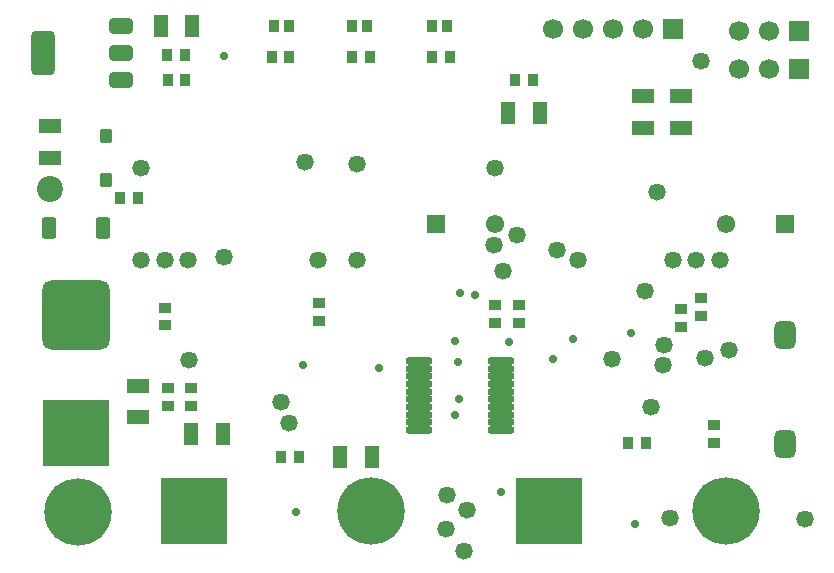
<source format=gbr>
G04 Layer_Color=8388736*
%FSLAX42Y42*%
%MOMM*%
%TF.FileFunction,Soldermask,Top*%
%TF.Part,Single*%
G01*
G75*
%TA.AperFunction,SMDPad,CuDef*%
G04:AMPARAMS|DCode=47|XSize=1.8mm|YSize=2.39mm|CornerRadius=0.5mm|HoleSize=0mm|Usage=FLASHONLY|Rotation=0.000|XOffset=0mm|YOffset=0mm|HoleType=Round|Shape=RoundedRectangle|*
%AMROUNDEDRECTD47*
21,1,1.80,1.39,0,0,0.0*
21,1,0.80,2.39,0,0,0.0*
1,1,1.00,0.40,-0.69*
1,1,1.00,-0.40,-0.69*
1,1,1.00,-0.40,0.69*
1,1,1.00,0.40,0.69*
%
%ADD47ROUNDEDRECTD47*%
%ADD48R,1.90X1.30*%
%ADD49O,2.30X0.65*%
%ADD50R,0.90X1.10*%
%ADD51R,1.10X0.90*%
%ADD52R,0.85X1.00*%
%ADD53R,1.30X1.90*%
G04:AMPARAMS|DCode=54|XSize=1mm|YSize=1.2mm|CornerRadius=0.2mm|HoleSize=0mm|Usage=FLASHONLY|Rotation=180.000|XOffset=0mm|YOffset=0mm|HoleType=Round|Shape=RoundedRectangle|*
%AMROUNDEDRECTD54*
21,1,1.00,0.80,0,0,180.0*
21,1,0.60,1.20,0,0,180.0*
1,1,0.40,-0.30,0.40*
1,1,0.40,0.30,0.40*
1,1,0.40,0.30,-0.40*
1,1,0.40,-0.30,-0.40*
%
%ADD54ROUNDEDRECTD54*%
G04:AMPARAMS|DCode=55|XSize=3.7mm|YSize=1.95mm|CornerRadius=0.32mm|HoleSize=0mm|Usage=FLASHONLY|Rotation=90.000|XOffset=0mm|YOffset=0mm|HoleType=Round|Shape=RoundedRectangle|*
%AMROUNDEDRECTD55*
21,1,3.70,1.31,0,0,90.0*
21,1,3.06,1.95,0,0,90.0*
1,1,0.64,0.66,1.53*
1,1,0.64,0.66,-1.53*
1,1,0.64,-0.66,-1.53*
1,1,0.64,-0.66,1.53*
%
%ADD55ROUNDEDRECTD55*%
G04:AMPARAMS|DCode=56|XSize=1.3mm|YSize=1.95mm|CornerRadius=0.24mm|HoleSize=0mm|Usage=FLASHONLY|Rotation=90.000|XOffset=0mm|YOffset=0mm|HoleType=Round|Shape=RoundedRectangle|*
%AMROUNDEDRECTD56*
21,1,1.30,1.48,0,0,90.0*
21,1,0.82,1.95,0,0,90.0*
1,1,0.48,0.74,0.41*
1,1,0.48,0.74,-0.41*
1,1,0.48,-0.74,-0.41*
1,1,0.48,-0.74,0.41*
%
%ADD56ROUNDEDRECTD56*%
G04:AMPARAMS|DCode=57|XSize=1.3mm|YSize=1.95mm|CornerRadius=0.24mm|HoleSize=0mm|Usage=FLASHONLY|Rotation=90.000|XOffset=0mm|YOffset=0mm|HoleType=Round|Shape=RoundedRectangle|*
%AMROUNDEDRECTD57*
21,1,1.30,1.48,0,0,90.0*
21,1,0.82,1.95,0,0,90.0*
1,1,0.48,0.74,0.41*
1,1,0.48,0.74,-0.41*
1,1,0.48,-0.74,-0.41*
1,1,0.48,-0.74,0.41*
%
%ADD57ROUNDEDRECTD57*%
G04:AMPARAMS|DCode=58|XSize=5.7mm|YSize=5.9mm|CornerRadius=0.79mm|HoleSize=0mm|Usage=FLASHONLY|Rotation=180.000|XOffset=0mm|YOffset=0mm|HoleType=Round|Shape=RoundedRectangle|*
%AMROUNDEDRECTD58*
21,1,5.70,4.33,0,0,180.0*
21,1,4.13,5.90,0,0,180.0*
1,1,1.58,-2.06,2.16*
1,1,1.58,2.06,2.16*
1,1,1.58,2.06,-2.16*
1,1,1.58,-2.06,-2.16*
%
%ADD58ROUNDEDRECTD58*%
G04:AMPARAMS|DCode=59|XSize=1.2mm|YSize=1.8mm|CornerRadius=0.23mm|HoleSize=0mm|Usage=FLASHONLY|Rotation=180.000|XOffset=0mm|YOffset=0mm|HoleType=Round|Shape=RoundedRectangle|*
%AMROUNDEDRECTD59*
21,1,1.20,1.35,0,0,180.0*
21,1,0.75,1.80,0,0,180.0*
1,1,0.45,-0.38,0.68*
1,1,0.45,0.38,0.68*
1,1,0.45,0.38,-0.68*
1,1,0.45,-0.38,-0.68*
%
%ADD59ROUNDEDRECTD59*%
%TA.AperFunction,ComponentPad*%
%ADD60R,1.70X1.70*%
%ADD61C,1.70*%
%ADD62R,5.70X5.70*%
%ADD63C,5.70*%
%ADD64R,5.70X5.70*%
%ADD65C,1.55*%
%ADD66R,1.55X1.55*%
%TA.AperFunction,ViaPad*%
%ADD67C,1.47*%
%ADD68C,0.70*%
%ADD69C,2.20*%
D47*
X6500Y1065D02*
D03*
Y1984D02*
D03*
D48*
X5625Y4010D02*
D03*
Y3740D02*
D03*
X5300Y4010D02*
D03*
Y3740D02*
D03*
X1025Y1290D02*
D03*
Y1560D02*
D03*
X275Y3760D02*
D03*
Y3490D02*
D03*
D49*
X3405Y1767D02*
D03*
Y1702D02*
D03*
Y1638D02*
D03*
Y1573D02*
D03*
Y1507D02*
D03*
Y1443D02*
D03*
Y1377D02*
D03*
Y1312D02*
D03*
Y1248D02*
D03*
Y1182D02*
D03*
X4095Y1767D02*
D03*
Y1702D02*
D03*
Y1638D02*
D03*
Y1573D02*
D03*
Y1507D02*
D03*
Y1443D02*
D03*
Y1377D02*
D03*
Y1312D02*
D03*
Y1248D02*
D03*
Y1182D02*
D03*
D50*
X2156Y4338D02*
D03*
X2306D02*
D03*
X5175Y1075D02*
D03*
X5325D02*
D03*
X2238Y956D02*
D03*
X2388D02*
D03*
X4369Y4144D02*
D03*
X4219D02*
D03*
X3512Y4338D02*
D03*
X3662D02*
D03*
X2838D02*
D03*
X2988D02*
D03*
X1425Y4144D02*
D03*
X1275D02*
D03*
X1269Y4356D02*
D03*
X1419D02*
D03*
X1025Y3150D02*
D03*
X875D02*
D03*
D51*
X5900Y1075D02*
D03*
Y1225D02*
D03*
X1281Y1388D02*
D03*
Y1538D02*
D03*
X1469Y1388D02*
D03*
Y1538D02*
D03*
X1250Y2069D02*
D03*
Y2219D02*
D03*
X5625Y2056D02*
D03*
Y2206D02*
D03*
X5788Y2150D02*
D03*
Y2300D02*
D03*
X4050Y2088D02*
D03*
Y2238D02*
D03*
X4250Y2088D02*
D03*
Y2238D02*
D03*
X2556Y2106D02*
D03*
Y2256D02*
D03*
D52*
X2965Y4600D02*
D03*
X2835D02*
D03*
X3510D02*
D03*
X3640D02*
D03*
X2175D02*
D03*
X2305D02*
D03*
D53*
X1215D02*
D03*
X1485D02*
D03*
X1471Y1150D02*
D03*
X1741D02*
D03*
X3008Y956D02*
D03*
X2738D02*
D03*
X4429Y3869D02*
D03*
X4159D02*
D03*
D54*
X750Y3672D02*
D03*
Y3303D02*
D03*
D55*
X220Y4375D02*
D03*
D56*
X880Y4605D02*
D03*
Y4375D02*
D03*
D57*
Y4145D02*
D03*
D58*
X500Y2155D02*
D03*
D59*
X271Y2895D02*
D03*
X728Y2895D02*
D03*
D60*
X6623Y4238D02*
D03*
X6621Y4562D02*
D03*
X5554Y4575D02*
D03*
D61*
X6369Y4238D02*
D03*
X6115D02*
D03*
X6112Y4562D02*
D03*
X6367D02*
D03*
X4538Y4575D02*
D03*
X4792D02*
D03*
X5046D02*
D03*
X5300D02*
D03*
D62*
X500Y1157D02*
D03*
D63*
X512Y488D02*
D03*
X6000Y500D02*
D03*
X3000D02*
D03*
D64*
X4500D02*
D03*
X1500D02*
D03*
D65*
X4050Y2925D02*
D03*
X6000Y2925D02*
D03*
D66*
X3550D02*
D03*
X6500Y2925D02*
D03*
D67*
X5038Y1781D02*
D03*
X3631Y344D02*
D03*
X3812Y506D02*
D03*
X2438Y3450D02*
D03*
X2231Y1419D02*
D03*
X2300Y1244D02*
D03*
X3788Y162D02*
D03*
X3638Y631D02*
D03*
X4750Y2625D02*
D03*
X1050Y3400D02*
D03*
X4050D02*
D03*
X5950Y2625D02*
D03*
X1450D02*
D03*
X1050D02*
D03*
X2550D02*
D03*
X1250D02*
D03*
X5550D02*
D03*
X5750D02*
D03*
X5319Y2362D02*
D03*
X5788Y4312D02*
D03*
X5475Y1906D02*
D03*
X5469Y1731D02*
D03*
X5419Y3200D02*
D03*
X5366Y1375D02*
D03*
X2881Y2619D02*
D03*
X2875Y3438D02*
D03*
X1456Y1775D02*
D03*
X5525Y438D02*
D03*
X6675Y431D02*
D03*
X4569Y2706D02*
D03*
X4038Y2750D02*
D03*
X4112Y2531D02*
D03*
X4231Y2838D02*
D03*
X1750Y2650D02*
D03*
X6025Y1862D02*
D03*
X5825Y1794D02*
D03*
D68*
X5200Y2006D02*
D03*
X4706Y1956D02*
D03*
X4100Y656D02*
D03*
X2419Y1731D02*
D03*
X3062Y1712D02*
D03*
X2362Y487D02*
D03*
X3731Y1762D02*
D03*
X3712Y1938D02*
D03*
X1750Y4350D02*
D03*
X3750Y2344D02*
D03*
X5231Y388D02*
D03*
X3712Y1312D02*
D03*
X3740Y1442D02*
D03*
X4162Y1925D02*
D03*
X4538Y1781D02*
D03*
X3881Y2325D02*
D03*
D69*
X275Y3225D02*
D03*
%TF.MD5,6d0bba2541d490da4707a5728ba7e91a*%
M02*

</source>
